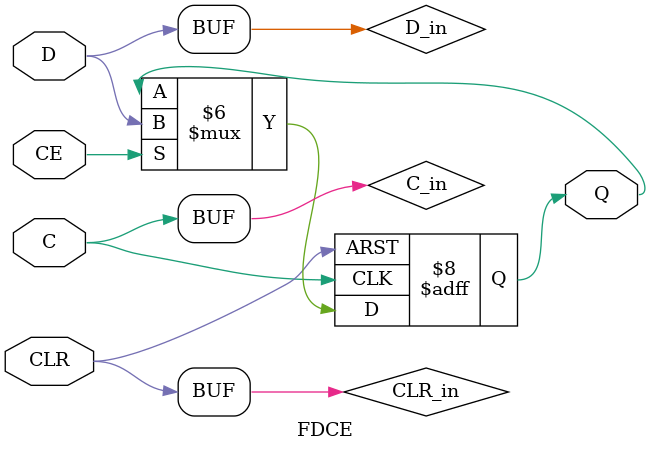
<source format=v>

`timescale  1 ps / 1 ps

`celldefine

module FDCE (Q, C, CE, CLR, D);

    parameter [0:0] IS_CLR_INVERTED = 1'b0;
    parameter [0:0] IS_C_INVERTED = 1'b0;
    parameter [0:0] IS_D_INVERTED = 1'b0;
    parameter [0:0] INIT = 1'b0;

`ifdef XIL_TIMING //Simprim
   parameter LOC = "UNPLACED";
   parameter MSGON = "TRUE";
   parameter XON = "TRUE";
`endif

    output Q;
    reg    Q = INIT;

    input  C, CE, CLR, D;

    wire CLR_in, C_in, D_in;

    assign CLR_in = CLR ^ IS_CLR_INVERTED;
    assign C_in = C ^ IS_C_INVERTED;
    assign D_in = D ^ IS_D_INVERTED;


  always @(posedge CLR_in or posedge C_in)
      if (CLR_in)
    Q <= 0;
      else if (CE)
    Q <= D_in;

endmodule

`endcelldefine

</source>
